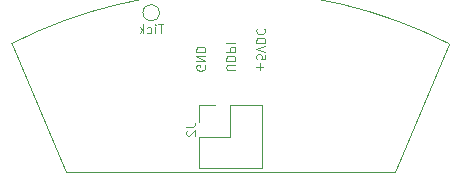
<source format=gbr>
%TF.GenerationSoftware,KiCad,Pcbnew,9.0.5*%
%TF.CreationDate,2025-12-07T22:15:24-05:00*%
%TF.ProjectId,Control_PCB,436f6e74-726f-46c5-9f50-43422e6b6963,rev?*%
%TF.SameCoordinates,Original*%
%TF.FileFunction,Legend,Bot*%
%TF.FilePolarity,Positive*%
%FSLAX46Y46*%
G04 Gerber Fmt 4.6, Leading zero omitted, Abs format (unit mm)*
G04 Created by KiCad (PCBNEW 9.0.5) date 2025-12-07 22:15:24*
%MOMM*%
%LPD*%
G01*
G04 APERTURE LIST*
%ADD10C,0.095250*%
%ADD11C,0.120000*%
%TA.AperFunction,Profile*%
%ADD12C,0.100000*%
%TD*%
G04 APERTURE END LIST*
D10*
X152482723Y-65855907D02*
X152482723Y-65275336D01*
X152192437Y-65565621D02*
X152773008Y-65565621D01*
X152954437Y-64549621D02*
X152954437Y-64912478D01*
X152954437Y-64912478D02*
X152591580Y-64948764D01*
X152591580Y-64948764D02*
X152627865Y-64912478D01*
X152627865Y-64912478D02*
X152664151Y-64839907D01*
X152664151Y-64839907D02*
X152664151Y-64658478D01*
X152664151Y-64658478D02*
X152627865Y-64585907D01*
X152627865Y-64585907D02*
X152591580Y-64549621D01*
X152591580Y-64549621D02*
X152519008Y-64513335D01*
X152519008Y-64513335D02*
X152337580Y-64513335D01*
X152337580Y-64513335D02*
X152265008Y-64549621D01*
X152265008Y-64549621D02*
X152228723Y-64585907D01*
X152228723Y-64585907D02*
X152192437Y-64658478D01*
X152192437Y-64658478D02*
X152192437Y-64839907D01*
X152192437Y-64839907D02*
X152228723Y-64912478D01*
X152228723Y-64912478D02*
X152265008Y-64948764D01*
X152954437Y-64295621D02*
X152192437Y-64041621D01*
X152192437Y-64041621D02*
X152954437Y-63787621D01*
X152192437Y-63533621D02*
X152954437Y-63533621D01*
X152954437Y-63533621D02*
X152954437Y-63352192D01*
X152954437Y-63352192D02*
X152918151Y-63243335D01*
X152918151Y-63243335D02*
X152845580Y-63170764D01*
X152845580Y-63170764D02*
X152773008Y-63134478D01*
X152773008Y-63134478D02*
X152627865Y-63098192D01*
X152627865Y-63098192D02*
X152519008Y-63098192D01*
X152519008Y-63098192D02*
X152373865Y-63134478D01*
X152373865Y-63134478D02*
X152301294Y-63170764D01*
X152301294Y-63170764D02*
X152228723Y-63243335D01*
X152228723Y-63243335D02*
X152192437Y-63352192D01*
X152192437Y-63352192D02*
X152192437Y-63533621D01*
X152265008Y-62336192D02*
X152228723Y-62372478D01*
X152228723Y-62372478D02*
X152192437Y-62481335D01*
X152192437Y-62481335D02*
X152192437Y-62553907D01*
X152192437Y-62553907D02*
X152228723Y-62662764D01*
X152228723Y-62662764D02*
X152301294Y-62735335D01*
X152301294Y-62735335D02*
X152373865Y-62771621D01*
X152373865Y-62771621D02*
X152519008Y-62807907D01*
X152519008Y-62807907D02*
X152627865Y-62807907D01*
X152627865Y-62807907D02*
X152773008Y-62771621D01*
X152773008Y-62771621D02*
X152845580Y-62735335D01*
X152845580Y-62735335D02*
X152918151Y-62662764D01*
X152918151Y-62662764D02*
X152954437Y-62553907D01*
X152954437Y-62553907D02*
X152954437Y-62481335D01*
X152954437Y-62481335D02*
X152918151Y-62372478D01*
X152918151Y-62372478D02*
X152881865Y-62336192D01*
X150414437Y-65855907D02*
X149797580Y-65855907D01*
X149797580Y-65855907D02*
X149725008Y-65819621D01*
X149725008Y-65819621D02*
X149688723Y-65783336D01*
X149688723Y-65783336D02*
X149652437Y-65710764D01*
X149652437Y-65710764D02*
X149652437Y-65565621D01*
X149652437Y-65565621D02*
X149688723Y-65493050D01*
X149688723Y-65493050D02*
X149725008Y-65456764D01*
X149725008Y-65456764D02*
X149797580Y-65420478D01*
X149797580Y-65420478D02*
X150414437Y-65420478D01*
X149652437Y-65057621D02*
X150414437Y-65057621D01*
X150414437Y-65057621D02*
X150414437Y-64876192D01*
X150414437Y-64876192D02*
X150378151Y-64767335D01*
X150378151Y-64767335D02*
X150305580Y-64694764D01*
X150305580Y-64694764D02*
X150233008Y-64658478D01*
X150233008Y-64658478D02*
X150087865Y-64622192D01*
X150087865Y-64622192D02*
X149979008Y-64622192D01*
X149979008Y-64622192D02*
X149833865Y-64658478D01*
X149833865Y-64658478D02*
X149761294Y-64694764D01*
X149761294Y-64694764D02*
X149688723Y-64767335D01*
X149688723Y-64767335D02*
X149652437Y-64876192D01*
X149652437Y-64876192D02*
X149652437Y-65057621D01*
X149652437Y-64295621D02*
X150414437Y-64295621D01*
X150414437Y-64295621D02*
X150414437Y-64005335D01*
X150414437Y-64005335D02*
X150378151Y-63932764D01*
X150378151Y-63932764D02*
X150341865Y-63896478D01*
X150341865Y-63896478D02*
X150269294Y-63860192D01*
X150269294Y-63860192D02*
X150160437Y-63860192D01*
X150160437Y-63860192D02*
X150087865Y-63896478D01*
X150087865Y-63896478D02*
X150051580Y-63932764D01*
X150051580Y-63932764D02*
X150015294Y-64005335D01*
X150015294Y-64005335D02*
X150015294Y-64295621D01*
X149652437Y-63533621D02*
X150414437Y-63533621D01*
X147838151Y-65456764D02*
X147874437Y-65529336D01*
X147874437Y-65529336D02*
X147874437Y-65638193D01*
X147874437Y-65638193D02*
X147838151Y-65747050D01*
X147838151Y-65747050D02*
X147765580Y-65819621D01*
X147765580Y-65819621D02*
X147693008Y-65855907D01*
X147693008Y-65855907D02*
X147547865Y-65892193D01*
X147547865Y-65892193D02*
X147439008Y-65892193D01*
X147439008Y-65892193D02*
X147293865Y-65855907D01*
X147293865Y-65855907D02*
X147221294Y-65819621D01*
X147221294Y-65819621D02*
X147148723Y-65747050D01*
X147148723Y-65747050D02*
X147112437Y-65638193D01*
X147112437Y-65638193D02*
X147112437Y-65565621D01*
X147112437Y-65565621D02*
X147148723Y-65456764D01*
X147148723Y-65456764D02*
X147185008Y-65420478D01*
X147185008Y-65420478D02*
X147439008Y-65420478D01*
X147439008Y-65420478D02*
X147439008Y-65565621D01*
X147112437Y-65093907D02*
X147874437Y-65093907D01*
X147874437Y-65093907D02*
X147112437Y-64658478D01*
X147112437Y-64658478D02*
X147874437Y-64658478D01*
X147112437Y-64295621D02*
X147874437Y-64295621D01*
X147874437Y-64295621D02*
X147874437Y-64114192D01*
X147874437Y-64114192D02*
X147838151Y-64005335D01*
X147838151Y-64005335D02*
X147765580Y-63932764D01*
X147765580Y-63932764D02*
X147693008Y-63896478D01*
X147693008Y-63896478D02*
X147547865Y-63860192D01*
X147547865Y-63860192D02*
X147439008Y-63860192D01*
X147439008Y-63860192D02*
X147293865Y-63896478D01*
X147293865Y-63896478D02*
X147221294Y-63932764D01*
X147221294Y-63932764D02*
X147148723Y-64005335D01*
X147148723Y-64005335D02*
X147112437Y-64114192D01*
X147112437Y-64114192D02*
X147112437Y-64295621D01*
X144334142Y-61985562D02*
X143898714Y-61985562D01*
X144116428Y-62747562D02*
X144116428Y-61985562D01*
X143644714Y-62747562D02*
X143644714Y-62239562D01*
X143644714Y-61985562D02*
X143681000Y-62021848D01*
X143681000Y-62021848D02*
X143644714Y-62058134D01*
X143644714Y-62058134D02*
X143608428Y-62021848D01*
X143608428Y-62021848D02*
X143644714Y-61985562D01*
X143644714Y-61985562D02*
X143644714Y-62058134D01*
X142955286Y-62711277D02*
X143027857Y-62747562D01*
X143027857Y-62747562D02*
X143173000Y-62747562D01*
X143173000Y-62747562D02*
X143245571Y-62711277D01*
X143245571Y-62711277D02*
X143281857Y-62674991D01*
X143281857Y-62674991D02*
X143318143Y-62602419D01*
X143318143Y-62602419D02*
X143318143Y-62384705D01*
X143318143Y-62384705D02*
X143281857Y-62312134D01*
X143281857Y-62312134D02*
X143245571Y-62275848D01*
X143245571Y-62275848D02*
X143173000Y-62239562D01*
X143173000Y-62239562D02*
X143027857Y-62239562D01*
X143027857Y-62239562D02*
X142955286Y-62275848D01*
X142628714Y-62747562D02*
X142628714Y-61985562D01*
X142556143Y-62457277D02*
X142338428Y-62747562D01*
X142338428Y-62239562D02*
X142628714Y-62529848D01*
X146285562Y-70646000D02*
X146829848Y-70646000D01*
X146829848Y-70646000D02*
X146938705Y-70609715D01*
X146938705Y-70609715D02*
X147011277Y-70537143D01*
X147011277Y-70537143D02*
X147047562Y-70428286D01*
X147047562Y-70428286D02*
X147047562Y-70355715D01*
X146358134Y-70972571D02*
X146321848Y-71008857D01*
X146321848Y-71008857D02*
X146285562Y-71081429D01*
X146285562Y-71081429D02*
X146285562Y-71262857D01*
X146285562Y-71262857D02*
X146321848Y-71335429D01*
X146321848Y-71335429D02*
X146358134Y-71371714D01*
X146358134Y-71371714D02*
X146430705Y-71408000D01*
X146430705Y-71408000D02*
X146503277Y-71408000D01*
X146503277Y-71408000D02*
X146612134Y-71371714D01*
X146612134Y-71371714D02*
X147047562Y-70936286D01*
X147047562Y-70936286D02*
X147047562Y-71408000D01*
D11*
%TO.C,J2*%
X147345000Y-68845000D02*
X147345000Y-70225000D01*
X147345000Y-71495000D02*
X147345000Y-74145000D01*
X147345000Y-74145000D02*
X152645000Y-74145000D01*
X148725000Y-68845000D02*
X147345000Y-68845000D01*
X149995000Y-68845000D02*
X149995000Y-71495000D01*
X149995000Y-68845000D02*
X152645000Y-68845000D01*
X149995000Y-71495000D02*
X147345000Y-71495000D01*
X152645000Y-68845000D02*
X152645000Y-74145000D01*
%TO.C,TP1*%
X144000000Y-61000000D02*
G75*
G02*
X142600000Y-61000000I-700000J0D01*
G01*
X142600000Y-61000000D02*
G75*
G02*
X144000000Y-61000000I700000J0D01*
G01*
%TD*%
D12*
X136047870Y-74500002D02*
X163952131Y-74500000D01*
X163952130Y-74500000D02*
X168518935Y-63615255D01*
X131481065Y-63615255D02*
G75*
G02*
X168518935Y-63615255I18518935J-36384742D01*
G01*
X131481065Y-63615255D02*
X136047870Y-74500000D01*
M02*

</source>
